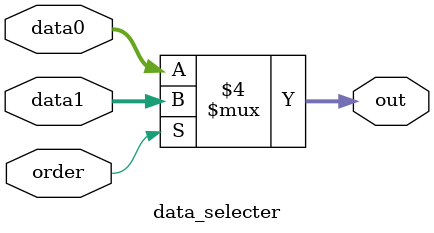
<source format=v>
module data_selecter (
	input [15:0] data0, data1,
	input order,
	output reg [15:0] out);
	
	always @* begin
		if(order == 1'b0) begin
			out <= data0;
		end else begin
			out <= data1;
		end
	end

endmodule

</source>
